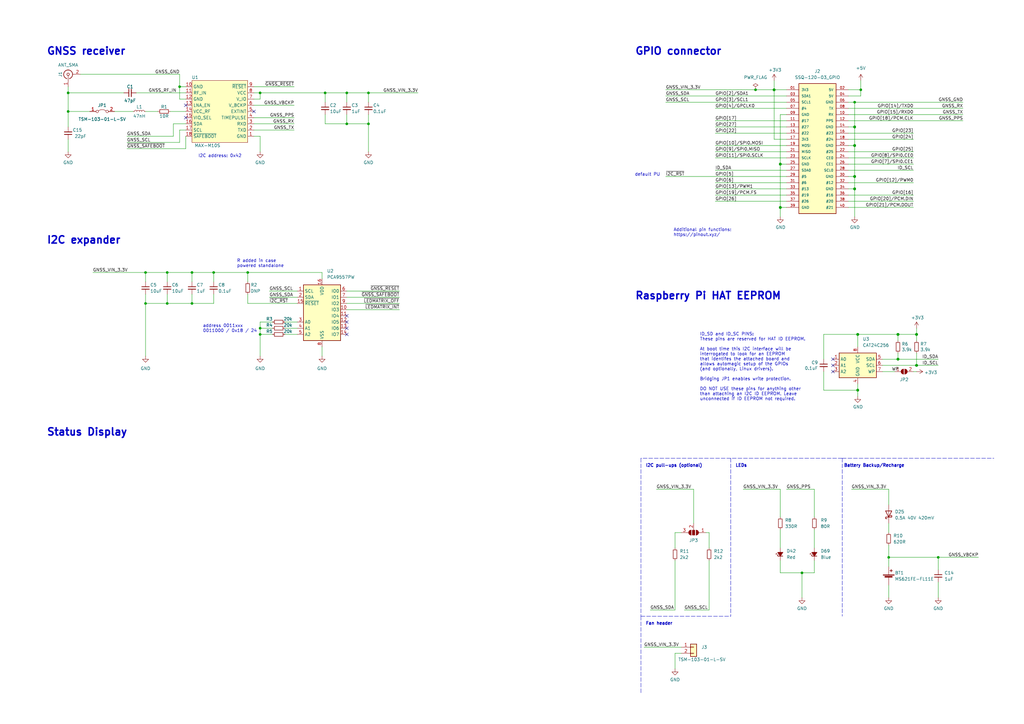
<source format=kicad_sch>
(kicad_sch (version 20211123) (generator eeschema)
  (paper "A3")
  (title_block (date "2022-11-24") (rev "2"))
  (lib_symbols
    (symbol "Battery_Cell_Seiko:MS621FE-FL11E" (pin_numbers hide) (pin_names (offset 0) hide)
      (property "Reference" "BT" (at 2.54 2.54 0))
      (property "Value" "MS621FE-FL11E" (at 2.54 0 0))
      (symbol "MS621FE-FL11E_0_1"
        (rectangle (start -2.286 1.778) (end 2.286 1.524) (fill (type outline)))
        (rectangle (start -1.5748 1.1938) (end 1.4732 0.6858) (fill (type outline)))
        (polyline (pts (xy 0 0.762) (xy 0 0)))
        (polyline (pts (xy 0 1.778) (xy 0 2.54)))
        (polyline (pts (xy 0.508 3.429) (xy 1.524 3.429)) (stroke (width 0.254)))
        (polyline (pts (xy 1.016 3.937) (xy 1.016 2.921)) (stroke (width 0.254)))
      )
      (symbol "MS621FE-FL11E_1_1"
        (pin passive line (at 0 5.08 270) (length 2.54) (name "+") (number "+"))
        (pin passive line (at 0 -2.54 90) (length 2.54) (name "-") (number "-"))
      )
    )
    (symbol "Connector_Generic:Conn_01x02" (pin_names (offset 1.016) hide)
      (property "Reference" "J" (at 0 2.54 0))
      (property "Value" "Conn_01x02" (at 0 -5.08 0))
      (symbol "Conn_01x02_1_1"
        (rectangle (start -1.27 -2.413) (end 0 -2.667) (stroke (width 0.1524)))
        (rectangle (start -1.27 0.127) (end 0 -0.127) (stroke (width 0.1524)))
        (rectangle (start -1.27 1.27) (end 1.27 -3.81) (stroke (width 0.254)) (fill (type background)))
        (pin passive line (at -5.08 0 0) (length 3.81) (name "Pin_1") (number "1"))
        (pin passive line (at -5.08 -2.54 0) (length 3.81) (name "Pin_2") (number "2"))
      )
    )
    (symbol "Connector_Header_Samtec:SSQ-120-03_GPIO" (pin_names (offset 1.016))
      (property "Reference" "J" (at -8.128 27.94 0))
      (property "Value" "SSQ-120-03_GPIO" (at -8.89 -27.94 0))
      (symbol "SSQ-120-03_GPIO_0_0"
        (rectangle (start -7.62 -25.4) (end 7.62 27.94) (stroke (width 0.254)) (fill (type background)))
        (pin power_in line (at -12.7 25.4 0) (length 5.08) (name "3V3") (number "01"))
        (pin power_in line (at 12.7 25.4 180) (length 5.08) (name "5V") (number "02"))
        (pin passive line (at -12.7 22.86 0) (length 5.08) (name "SDA1") (number "03"))
        (pin power_in line (at 12.7 22.86 180) (length 5.08) (name "5V") (number "04"))
        (pin passive line (at -12.7 20.32 0) (length 5.08) (name "SCL1") (number "05"))
        (pin power_in line (at 12.7 20.32 180) (length 5.08) (name "GND") (number "06"))
        (pin passive line (at -12.7 17.78 0) (length 5.08) (name "#4") (number "07"))
        (pin passive line (at 12.7 17.78 180) (length 5.08) (name "TX") (number "08"))
        (pin power_in line (at -12.7 15.24 0) (length 5.08) (name "GND") (number "09"))
        (pin passive line (at 12.7 15.24 180) (length 5.08) (name "RX") (number "10"))
        (pin passive line (at -12.7 12.7 0) (length 5.08) (name "#17") (number "11"))
        (pin passive line (at 12.7 12.7 180) (length 5.08) (name "PPS") (number "12"))
        (pin passive line (at -12.7 10.16 0) (length 5.08) (name "#27") (number "13"))
        (pin power_in line (at 12.7 10.16 180) (length 5.08) (name "GND") (number "14"))
        (pin passive line (at -12.7 7.62 0) (length 5.08) (name "#22") (number "15"))
        (pin passive line (at 12.7 7.62 180) (length 5.08) (name "#23") (number "16"))
        (pin power_in line (at -12.7 5.08 0) (length 5.08) (name "3V3") (number "17"))
        (pin passive line (at 12.7 5.08 180) (length 5.08) (name "#24") (number "18"))
        (pin passive line (at -12.7 2.54 0) (length 5.08) (name "MOSI") (number "19"))
        (pin power_in line (at 12.7 2.54 180) (length 5.08) (name "GND") (number "20"))
        (pin passive line (at -12.7 0 0) (length 5.08) (name "MISO") (number "21"))
        (pin passive line (at 12.7 0 180) (length 5.08) (name "#25") (number "22"))
        (pin passive line (at -12.7 -2.54 0) (length 5.08) (name "SCLK") (number "23"))
        (pin passive line (at 12.7 -2.54 180) (length 5.08) (name "CE0") (number "24"))
        (pin power_in line (at -12.7 -5.08 0) (length 5.08) (name "GND") (number "25"))
        (pin passive line (at 12.7 -5.08 180) (length 5.08) (name "CE1") (number "26"))
        (pin passive line (at -12.7 -7.62 0) (length 5.08) (name "SDA0") (number "27"))
        (pin passive line (at 12.7 -7.62 180) (length 5.08) (name "SCL0") (number "28"))
        (pin passive line (at -12.7 -10.16 0) (length 5.08) (name "#5") (number "29"))
        (pin power_in line (at 12.7 -10.16 180) (length 5.08) (name "GND") (number "30"))
        (pin passive line (at -12.7 -12.7 0) (length 5.08) (name "#6") (number "31"))
        (pin passive line (at 12.7 -12.7 180) (length 5.08) (name "#12") (number "32"))
        (pin passive line (at -12.7 -15.24 0) (length 5.08) (name "#13") (number "33"))
        (pin power_in line (at 12.7 -15.24 180) (length 5.08) (name "GND") (number "34"))
        (pin passive line (at -12.7 -17.78 0) (length 5.08) (name "#19") (number "35"))
        (pin passive line (at 12.7 -17.78 180) (length 5.08) (name "#16") (number "36"))
        (pin passive line (at -12.7 -20.32 0) (length 5.08) (name "#26") (number "37"))
        (pin passive line (at 12.7 -20.32 180) (length 5.08) (name "#20") (number "38"))
        (pin power_in line (at -12.7 -22.86 0) (length 5.08) (name "GND") (number "39"))
        (pin passive line (at 12.7 -22.86 180) (length 5.08) (name "#21") (number "40"))
      )
    )
    (symbol "Connector_SMA_Samtec:SMA jack"
      (property "Reference" "J" (at 0 3.175 0))
      (property "Value" "SMA jack" (at 6.985 0 0))
      (symbol "SMA jack_0_1"
        (arc (start -1.778 -0.508) (mid 0.2311 -1.8066) (end 1.778 0) (stroke (width 0.254)))
        (polyline (pts (xy -2.54 0) (xy -0.508 0)))
        (polyline (pts (xy 0 -2.54) (xy 0 -1.778)))
        (circle (center 0 0) (radius 0.508) (stroke (width 0.2032)))
        (arc (start 1.778 0) (mid 0.2099 1.8101) (end -1.778 0.508) (stroke (width 0.254)))
      )
      (symbol "SMA jack_1_1"
        (pin passive line (at -5.08 0 0) (length 2.54) (name "") (number "1"))
        (pin passive line (at 0 -5.08 90) (length 2.54) (name "") (number "2"))
      )
    )
    (symbol "Device:C_Small" (pin_numbers hide) (pin_names (offset 0.254) hide)
      (property "Reference" "C" (at 0.254 1.778 0))
      (property "Value" "C_Small" (at 0.254 -2.032 0))
      (symbol "C_Small_0_1"
        (polyline (pts (xy -1.524 -0.508) (xy 1.524 -0.508)) (stroke (width 0.3302)))
        (polyline (pts (xy -1.524 0.508) (xy 1.524 0.508)) (stroke (width 0.3048)))
      )
      (symbol "C_Small_1_1"
        (pin passive line (at 0 2.54 270) (length 2.032) (name "~") (number "1"))
        (pin passive line (at 0 -2.54 90) (length 2.032) (name "~") (number "2"))
      )
    )
    (symbol "Device:D_Schottky" (pin_numbers hide) (pin_names (offset 1.016) hide)
      (property "Reference" "D" (at 0 2.54 0))
      (property "Value" "D_Schottky" (at 0 -2.54 0))
      (symbol "D_Schottky_0_1"
        (polyline (pts (xy 1.27 0) (xy -1.27 0)))
        (polyline (pts (xy 1.27 1.27) (xy 1.27 -1.27) (xy -1.27 0) (xy 1.27 1.27)) (stroke (width 0.254)))
        (polyline (pts (xy -1.905 0.635) (xy -1.905 1.27) (xy -1.27 1.27) (xy -1.27 -1.27) (xy -0.635 -1.27) (xy -0.635 -0.635)) (stroke (width 0.254)))
      )
      (symbol "D_Schottky_1_1"
        (pin passive line (at -3.81 0 0) (length 2.54) (name "K") (number "1"))
        (pin passive line (at 3.81 0 180) (length 2.54) (name "A") (number "2"))
      )
    )
    (symbol "Device:LED_Small_Filled" (pin_numbers hide) (pin_names (offset 0.254) hide)
      (property "Reference" "D" (at -1.27 3.175 0))
      (property "Value" "LED_Small_Filled" (at -4.445 -2.54 0))
      (symbol "LED_Small_Filled_0_1"
        (polyline (pts (xy -0.762 -1.016) (xy -0.762 1.016)) (stroke (width 0.254)))
        (polyline (pts (xy 1.016 0) (xy -0.762 0)))
        (polyline (pts (xy 0.762 -1.016) (xy -0.762 0) (xy 0.762 1.016) (xy 0.762 -1.016)) (stroke (width 0.254)) (fill (type outline)))
        (polyline (pts (xy 0 0.762) (xy -0.508 1.27) (xy -0.254 1.27) (xy -0.508 1.27) (xy -0.508 1.016)))
        (polyline (pts (xy 0.508 1.27) (xy 0 1.778) (xy 0.254 1.778) (xy 0 1.778) (xy 0 1.524)))
      )
      (symbol "LED_Small_Filled_1_1"
        (pin passive line (at -2.54 0 0) (length 1.778) (name "K") (number "1"))
        (pin passive line (at 2.54 0 180) (length 1.778) (name "A") (number "2"))
      )
    )
    (symbol "Device:L_Small" (pin_numbers hide) (pin_names (offset 0.254) hide)
      (property "Reference" "L" (at 0.762 1.016 0))
      (property "Value" "L_Small" (at 0.762 -1.016 0))
      (symbol "L_Small_0_1"
        (arc (start 0 -2.032) (mid 0.508 -1.524) (end 0 -1.016))
        (arc (start 0 -1.016) (mid 0.508 -0.508) (end 0 0))
        (arc (start 0 0) (mid 0.508 0.508) (end 0 1.016))
        (arc (start 0 1.016) (mid 0.508 1.524) (end 0 2.032))
      )
      (symbol "L_Small_1_1"
        (pin passive line (at 0 2.54 270) (length 0.508) (name "~") (number "1"))
        (pin passive line (at 0 -2.54 90) (length 0.508) (name "~") (number "2"))
      )
    )
    (symbol "Device:R_Small" (pin_numbers hide) (pin_names (offset 0.254) hide)
      (property "Reference" "R" (at 0.762 0.508 0))
      (property "Value" "R_Small" (at 0.762 -1.016 0))
      (symbol "R_Small_0_1"
        (rectangle (start -0.762 1.778) (end 0.762 -1.778) (stroke (width 0.2032)))
      )
      (symbol "R_Small_1_1"
        (pin passive line (at 0 2.54 270) (length 0.762) (name "~") (number "1"))
        (pin passive line (at 0 -2.54 90) (length 0.762) (name "~") (number "2"))
      )
    )
    (symbol "Interface_Expansion:PCA9557PW"
      (property "Reference" "U" (at -7.62 11.43 0))
      (property "Value" "PCA9557PW" (at 2.54 11.43 0))
      (symbol "PCA9557PW_0_1"
        (rectangle (start -7.62 -12.7) (end 7.62 10.16) (stroke (width 0.254)) (fill (type background)))
      )
      (symbol "PCA9557PW_1_1"
        (pin input line (at -10.16 7.62 0) (length 2.54) (name "SCL") (number "1"))
        (pin bidirectional line (at 10.16 0 180) (length 2.54) (name "IO3") (number "10"))
        (pin bidirectional line (at 10.16 -2.54 180) (length 2.54) (name "IO4") (number "11"))
        (pin bidirectional line (at 10.16 -5.08 180) (length 2.54) (name "IO5") (number "12"))
        (pin bidirectional line (at 10.16 -7.62 180) (length 2.54) (name "IO6") (number "13"))
        (pin bidirectional line (at 10.16 -10.16 180) (length 2.54) (name "IO7") (number "14"))
        (pin input line (at -10.16 2.54 0) (length 2.54) (name "~{RESET}") (number "15"))
        (pin power_in line (at 0 12.7 270) (length 2.54) (name "VDD") (number "16"))
        (pin bidirectional line (at -10.16 5.08 0) (length 2.54) (name "SDA") (number "2"))
        (pin input line (at -10.16 -5.08 0) (length 2.54) (name "A0") (number "3"))
        (pin input line (at -10.16 -7.62 0) (length 2.54) (name "A1") (number "4"))
        (pin input line (at -10.16 -10.16 0) (length 2.54) (name "A2") (number "5"))
        (pin bidirectional line (at 10.16 7.62 180) (length 2.54) (name "IO0") (number "6"))
        (pin bidirectional line (at 10.16 5.08 180) (length 2.54) (name "IO1") (number "7"))
        (pin power_in line (at 0 -15.24 90) (length 2.54) (name "VSS") (number "8"))
        (pin bidirectional line (at 10.16 2.54 180) (length 2.54) (name "IO2") (number "9"))
      )
    )
    (symbol "Jumper:Jumper_2_Bridged" (pin_names (offset 0) hide)
      (property "Reference" "JP" (at 0 1.905 0))
      (property "Value" "Jumper_2_Bridged" (at 0 -2.54 0))
      (symbol "Jumper_2_Bridged_0_0"
        (circle (center -2.032 0) (radius 0.508))
        (circle (center 2.032 0) (radius 0.508))
      )
      (symbol "Jumper_2_Bridged_0_1"
        (arc (start 1.524 0.254) (mid 0 0.762) (end -1.524 0.254))
      )
      (symbol "Jumper_2_Bridged_1_1"
        (pin passive line (at -5.08 0 0) (length 2.54) (name "A") (number "1"))
        (pin passive line (at 5.08 0 180) (length 2.54) (name "B") (number "2"))
      )
    )
    (symbol "Jumper:SolderJumper_2_Open" (pin_names (offset 0) hide)
      (property "Reference" "JP" (at 0 2.032 0))
      (property "Value" "SolderJumper_2_Open" (at 0 -2.54 0))
      (symbol "SolderJumper_2_Open_0_1"
        (arc (start -0.254 1.016) (mid -1.27 0) (end -0.254 -1.016))
        (arc (start -0.254 1.016) (mid -1.27 0) (end -0.254 -1.016) (fill (type outline)))
        (polyline (pts (xy -0.254 1.016) (xy -0.254 -1.016)))
        (polyline (pts (xy 0.254 1.016) (xy 0.254 -1.016)))
        (arc (start 0.254 -1.016) (mid 1.27 0) (end 0.254 1.016))
        (arc (start 0.254 -1.016) (mid 1.27 0) (end 0.254 1.016) (fill (type outline)))
      )
      (symbol "SolderJumper_2_Open_1_1"
        (pin passive line (at -3.81 0 0) (length 2.54) (name "A") (number "1"))
        (pin passive line (at 3.81 0 180) (length 2.54) (name "B") (number "2"))
      )
    )
    (symbol "Jumper:SolderJumper_3_Open" (pin_names (offset 0) hide)
      (property "Reference" "JP" (at -2.54 -2.54 0))
      (property "Value" "SolderJumper_3_Open" (at 0 2.794 0))
      (symbol "SolderJumper_3_Open_0_1"
        (arc (start -1.016 1.016) (mid -2.032 0) (end -1.016 -1.016))
        (arc (start -1.016 1.016) (mid -2.032 0) (end -1.016 -1.016) (fill (type outline)))
        (rectangle (start -0.508 1.016) (end 0.508 -1.016) (fill (type outline)))
        (polyline (pts (xy -2.54 0) (xy -2.032 0)))
        (polyline (pts (xy -1.016 1.016) (xy -1.016 -1.016)))
        (polyline (pts (xy 0 -1.27) (xy 0 -1.016)))
        (polyline (pts (xy 1.016 1.016) (xy 1.016 -1.016)))
        (polyline (pts (xy 2.54 0) (xy 2.032 0)))
        (arc (start 1.016 -1.016) (mid 2.032 0) (end 1.016 1.016))
        (arc (start 1.016 -1.016) (mid 2.032 0) (end 1.016 1.016) (fill (type outline)))
      )
      (symbol "SolderJumper_3_Open_1_1"
        (pin passive line (at -5.08 0 0) (length 2.54) (name "A") (number "1"))
        (pin passive line (at 0 -3.81 90) (length 2.54) (name "C") (number "2"))
        (pin passive line (at 5.08 0 180) (length 2.54) (name "B") (number "3"))
      )
    )
    (symbol "Memory_EEPROM:CAT24C256"
      (property "Reference" "U" (at -6.35 6.35 0))
      (property "Value" "CAT24C256" (at 1.27 6.35 0))
      (symbol "CAT24C256_1_1"
        (rectangle (start -7.62 5.08) (end 7.62 -5.08) (stroke (width 0.254)) (fill (type background)))
        (pin input line (at -10.16 2.54 0) (length 2.54) (name "A0") (number "1"))
        (pin input line (at -10.16 0 0) (length 2.54) (name "A1") (number "2"))
        (pin input line (at -10.16 -2.54 0) (length 2.54) (name "A2") (number "3"))
        (pin power_in line (at 0 -7.62 90) (length 2.54) (name "GND") (number "4"))
        (pin bidirectional line (at 10.16 2.54 180) (length 2.54) (name "SDA") (number "5"))
        (pin input line (at 10.16 0 180) (length 2.54) (name "SCL") (number "6"))
        (pin input line (at 10.16 -2.54 180) (length 2.54) (name "WP") (number "7"))
        (pin power_in line (at 0 7.62 270) (length 2.54) (name "VCC") (number "8"))
      )
    )
    (symbol "RF_GNSS_u-blox:MAX-M10S"
      (property "Reference" "U" (at 1.27 1.27 0))
      (property "Value" "MAX-M10S" (at 6.35 -26.67 0))
      (symbol "MAX-M10S_0_0"
        (pin power_in line (at 25.4 -22.86 180) (length 2.54) (name "GND") (number "1"))
        (pin power_in line (at -2.54 -2.54 0) (length 2.54) (name "GND") (number "10"))
        (pin passive line (at -2.54 -5.08 0) (length 2.54) (name "RF_IN") (number "11"))
        (pin power_in line (at -2.54 -7.62 0) (length 2.54) (name "GND") (number "12"))
        (pin passive line (at -2.54 -10.16 0) (length 2.54) (name "LNA_EN") (number "13"))
        (pin passive line (at -2.54 -12.7 0) (length 2.54) (name "VCC_RF") (number "14"))
        (pin passive line (at -2.54 -15.24 0) (length 2.54) (name "VIO_SEL") (number "15"))
        (pin passive line (at -2.54 -17.78 0) (length 2.54) (name "SDA") (number "16"))
        (pin passive line (at -2.54 -20.32 0) (length 2.54) (name "SCL") (number "17"))
        (pin power_in line (at -2.54 -22.86 0) (length 2.54) (name "~{SAFEBOOT}") (number "18"))
        (pin passive line (at 25.4 -20.32 180) (length 2.54) (name "TXD") (number "2"))
        (pin passive line (at 25.4 -17.78 180) (length 2.54) (name "RXD") (number "3"))
        (pin passive line (at 25.4 -15.24 180) (length 2.54) (name "TIMEPULSE") (number "4"))
        (pin passive line (at 25.4 -12.7 180) (length 2.54) (name "EXTINT") (number "5"))
        (pin passive line (at 25.4 -10.16 180) (length 2.54) (name "V_BCKP") (number "6"))
        (pin passive line (at 25.4 -7.62 180) (length 2.54) (name "V_IO") (number "7"))
        (pin power_in line (at 25.4 -5.08 180) (length 2.54) (name "VCC") (number "8"))
        (pin passive line (at 25.4 -2.54 180) (length 2.54) (name "~{RESET}") (number "9"))
      )
      (symbol "MAX-M10S_0_1"
        (rectangle (start 0 0) (end 22.86 -25.4) (fill (type background)))
      )
    )
    (symbol "power:+3.3V" (power) (pin_names (offset 0))
      (property "Value" "+3.3V" (at 0 3.556 0))
      (symbol "+3.3V_0_1"
        (polyline (pts (xy -0.762 1.27) (xy 0 2.54)))
        (polyline (pts (xy 0 0) (xy 0 2.54)))
        (polyline (pts (xy 0 2.54) (xy 0.762 1.27)))
      )
      (symbol "+3.3V_1_1"
        (pin power_in line (at 0 0 90) (length 0) hide (name "+3V3") (number "1"))
      )
    )
    (symbol "power:+5V" (power) (pin_names (offset 0))
      (property "Value" "+5V" (at 0 3.556 0))
      (symbol "+5V_0_1"
        (polyline (pts (xy -0.762 1.27) (xy 0 2.54)))
        (polyline (pts (xy 0 0) (xy 0 2.54)))
        (polyline (pts (xy 0 2.54) (xy 0.762 1.27)))
      )
      (symbol "+5V_1_1"
        (pin power_in line (at 0 0 90) (length 0) hide (name "+5V") (number "1"))
      )
    )
    (symbol "power:GND" (power) (pin_names (offset 0))
      (property "Value" "GND" (at 0 -3.81 0))
      (symbol "GND_0_1"
        (polyline (pts (xy 0 0) (xy 0 -1.27) (xy 1.27 -1.27) (xy 0 -2.54) (xy -1.27 -1.27) (xy 0 -1.27)))
      )
      (symbol "GND_1_1"
        (pin power_in line (at 0 0 270) (length 0) hide (name "GND") (number "1"))
      )
    )
    (symbol "power:PWR_FLAG" (power) (pin_numbers hide) (pin_names (offset 0) hide)
      (property "Value" "PWR_FLAG" (at 0 3.81 0))
      (symbol "PWR_FLAG_0_0"
        (pin power_out line (at 0 0 90) (length 0) (name "pwr") (number "1"))
      )
      (symbol "PWR_FLAG_0_1"
        (polyline (pts (xy 0 0) (xy 0 1.27) (xy -1.016 1.905) (xy 0 2.54) (xy 1.016 1.905) (xy 0 1.27)))
      )
    )
  )
  (junction (at 78.74 124.46))
  (junction (at 151.13 38.1))
  (junction (at 368.3 147.32) (diameter 1.016))
  (junction (at 317.5 36.83) (diameter 1.016))
  (junction (at 351.79 160.02) (diameter 1.016))
  (junction (at 350.52 52.07) (diameter 1.016))
  (junction (at 364.49 228.6))
  (junction (at 351.79 137.16) (diameter 1.016))
  (junction (at 142.24 38.1))
  (junction (at 106.68 137.16))
  (junction (at 78.74 111.76))
  (junction (at 353.06 36.83))
  (junction (at 320.04 85.09) (diameter 1.016))
  (junction (at 375.92 137.16) (diameter 1.016))
  (junction (at 320.04 67.31) (diameter 1.016))
  (junction (at 73.66 35.56))
  (junction (at 59.69 124.46))
  (junction (at 350.52 59.69) (diameter 1.016))
  (junction (at 68.58 124.46))
  (junction (at 350.52 41.91))
  (junction (at 384.81 228.6))
  (junction (at 68.58 111.76))
  (junction (at 309.88 36.83))
  (junction (at 350.52 72.39) (diameter 1.016))
  (junction (at 142.24 50.8))
  (junction (at 350.52 77.47) (diameter 1.016))
  (junction (at 27.94 45.72))
  (junction (at 27.94 38.1))
  (junction (at 151.13 50.8))
  (junction (at 101.6 111.76))
  (junction (at 106.68 38.1))
  (junction (at 375.92 149.86) (diameter 1.016))
  (junction (at 106.68 134.62))
  (junction (at 133.35 38.1))
  (junction (at 328.93 234.95))
  (junction (at 87.63 111.76))
  (junction (at 59.69 111.76))
  (junction (at 368.3 137.16) (diameter 1.016))
  (no_connect (at 341.63 147.32))
  (no_connect (at 341.63 149.86))
  (no_connect (at 341.63 152.4))
  (no_connect (at 142.24 132.08))
  (no_connect (at 104.14 45.72))
  (no_connect (at 76.2 43.18))
  (no_connect (at 142.24 134.62))
  (no_connect (at 142.24 129.54))
  (no_connect (at 76.2 48.26))
  (no_connect (at 142.24 137.16))
  (polyline (pts (xy 299.72 187.96) (xy 299.72 252.73)))
  (wire (pts (xy 27.94 57.15) (xy 27.94 62.23)))
  (wire (pts (xy 309.88 36.83) (xy 317.5 36.83)))
  (wire (pts (xy 320.04 217.17) (xy 320.04 224.79)))
  (wire (pts (xy 68.58 120.65) (xy 68.58 124.46)))
  (wire (pts (xy 351.79 137.16) (xy 368.3 137.16)))
  (wire (pts (xy 375.92 137.16) (xy 368.3 137.16)))
  (wire (pts (xy 375.92 139.7) (xy 375.92 137.16)))
  (wire (pts (xy 320.04 46.99) (xy 322.58 46.99)))
  (wire (pts (xy 384.81 228.6) (xy 384.81 233.68)))
  (polyline (pts (xy 262.89 252.73) (xy 299.72 252.73)))
  (wire (pts (xy 293.37 54.61) (xy 322.58 54.61)))
  (wire (pts (xy 304.8 200.66) (xy 320.04 200.66)))
  (wire (pts (xy 334.01 234.95) (xy 328.93 234.95)))
  (wire (pts (xy 347.98 49.53) (xy 394.97 49.53)))
  (wire (pts (xy 347.98 67.31) (xy 374.65 67.31)))
  (wire (pts (xy 27.94 38.1) (xy 27.94 45.72)))
  (wire (pts (xy 104.14 55.88) (xy 106.68 55.88)))
  (wire (pts (xy 293.37 64.77) (xy 322.58 64.77)))
  (wire (pts (xy 151.13 38.1) (xy 151.13 41.91)))
  (wire (pts (xy 347.98 46.99) (xy 394.97 46.99)))
  (wire (pts (xy 264.16 265.43) (xy 279.4 265.43)))
  (wire (pts (xy 142.24 127) (xy 163.83 127)))
  (wire (pts (xy 347.98 39.37) (xy 353.06 39.37)))
  (polyline (pts (xy 345.44 187.96) (xy 345.44 252.73)))
  (wire (pts (xy 116.84 137.16) (xy 121.92 137.16)))
  (wire (pts (xy 280.67 250.19) (xy 290.83 250.19)))
  (wire (pts (xy 142.24 124.46) (xy 163.83 124.46)))
  (wire (pts (xy 317.5 36.83) (xy 317.5 57.15)))
  (wire (pts (xy 27.94 38.1) (xy 50.8 38.1)))
  (wire (pts (xy 133.35 38.1) (xy 133.35 41.91)))
  (wire (pts (xy 293.37 52.07) (xy 322.58 52.07)))
  (wire (pts (xy 361.95 147.32) (xy 368.3 147.32)))
  (wire (pts (xy 368.3 147.32) (xy 384.81 147.32)))
  (wire (pts (xy 76.2 55.88) (xy 76.2 60.96)))
  (wire (pts (xy 322.58 49.53) (xy 293.37 49.53)))
  (wire (pts (xy 276.86 267.97) (xy 276.86 274.32)))
  (wire (pts (xy 279.4 267.97) (xy 276.86 267.97)))
  (wire (pts (xy 78.74 120.65) (xy 78.74 124.46)))
  (wire (pts (xy 104.14 50.8) (xy 120.65 50.8)))
  (wire (pts (xy 361.95 152.4) (xy 367.03 152.4)))
  (wire (pts (xy 374.65 152.4) (xy 375.92 152.4)))
  (wire (pts (xy 104.14 35.56) (xy 120.65 35.56)))
  (wire (pts (xy 27.94 45.72) (xy 36.83 45.72)))
  (wire (pts (xy 27.94 45.72) (xy 27.94 52.07)))
  (polyline (pts (xy 345.44 187.96) (xy 407.67 187.96)))
  (wire (pts (xy 59.69 124.46) (xy 68.58 124.46)))
  (wire (pts (xy 350.52 41.91) (xy 347.98 41.91)))
  (wire (pts (xy 104.14 38.1) (xy 106.68 38.1)))
  (wire (pts (xy 364.49 223.52) (xy 364.49 228.6)))
  (wire (pts (xy 350.52 77.47) (xy 347.98 77.47)))
  (wire (pts (xy 347.98 57.15) (xy 374.65 57.15)))
  (wire (pts (xy 101.6 120.65) (xy 101.6 124.46)))
  (wire (pts (xy 59.69 124.46) (xy 59.69 146.05)))
  (polyline (pts (xy 345.44 187.96) (xy 299.72 187.96)))
  (wire (pts (xy 350.52 52.07) (xy 350.52 59.69)))
  (wire (pts (xy 375.92 134.62) (xy 375.92 137.16)))
  (wire (pts (xy 73.66 40.64) (xy 73.66 35.56)))
  (wire (pts (xy 59.69 111.76) (xy 68.58 111.76)))
  (wire (pts (xy 351.79 137.16) (xy 351.79 142.24)))
  (wire (pts (xy 132.08 142.24) (xy 132.08 146.05)))
  (wire (pts (xy 350.52 59.69) (xy 350.52 72.39)))
  (wire (pts (xy 322.58 200.66) (xy 334.01 200.66)))
  (wire (pts (xy 68.58 111.76) (xy 68.58 115.57)))
  (wire (pts (xy 320.04 67.31) (xy 320.04 85.09)))
  (wire (pts (xy 375.92 144.78) (xy 375.92 149.86)))
  (wire (pts (xy 364.49 228.6) (xy 364.49 232.41)))
  (wire (pts (xy 27.94 35.56) (xy 27.94 38.1)))
  (wire (pts (xy 73.66 35.56) (xy 76.2 35.56)))
  (wire (pts (xy 106.68 134.62) (xy 106.68 137.16)))
  (wire (pts (xy 73.66 30.48) (xy 33.02 30.48)))
  (wire (pts (xy 87.63 111.76) (xy 101.6 111.76)))
  (polyline (pts (xy 262.89 187.96) (xy 262.89 252.73)))
  (wire (pts (xy 317.5 33.02) (xy 317.5 36.83)))
  (wire (pts (xy 347.98 80.01) (xy 374.65 80.01)))
  (wire (pts (xy 293.37 80.01) (xy 322.58 80.01)))
  (wire (pts (xy 121.92 132.08) (xy 116.84 132.08)))
  (wire (pts (xy 290.83 218.44) (xy 290.83 224.79)))
  (wire (pts (xy 52.07 55.88) (xy 71.12 55.88)))
  (wire (pts (xy 273.05 39.37) (xy 322.58 39.37)))
  (wire (pts (xy 106.68 38.1) (xy 133.35 38.1)))
  (wire (pts (xy 284.48 200.66) (xy 284.48 214.63)))
  (wire (pts (xy 347.98 64.77) (xy 374.65 64.77)))
  (wire (pts (xy 106.68 38.1) (xy 106.68 40.64)))
  (wire (pts (xy 276.86 224.79) (xy 276.86 218.44)))
  (wire (pts (xy 132.08 114.3) (xy 132.08 111.76)))
  (wire (pts (xy 64.77 45.72) (xy 59.69 45.72)))
  (wire (pts (xy 106.68 134.62) (xy 111.76 134.62)))
  (wire (pts (xy 52.07 60.96) (xy 76.2 60.96)))
  (wire (pts (xy 76.2 50.8) (xy 71.12 50.8)))
  (wire (pts (xy 76.2 40.64) (xy 73.66 40.64)))
  (wire (pts (xy 347.98 44.45) (xy 394.97 44.45)))
  (wire (pts (xy 322.58 59.69) (xy 293.37 59.69)))
  (wire (pts (xy 350.52 52.07) (xy 347.98 52.07)))
  (wire (pts (xy 347.98 54.61) (xy 374.65 54.61)))
  (wire (pts (xy 350.52 72.39) (xy 350.52 77.47)))
  (wire (pts (xy 322.58 77.47) (xy 293.37 77.47)))
  (wire (pts (xy 273.05 72.39) (xy 322.58 72.39)))
  (wire (pts (xy 320.04 46.99) (xy 320.04 67.31)))
  (wire (pts (xy 368.3 137.16) (xy 368.3 139.7)))
  (wire (pts (xy 87.63 124.46) (xy 78.74 124.46)))
  (wire (pts (xy 347.98 62.23) (xy 374.65 62.23)))
  (wire (pts (xy 269.24 200.66) (xy 284.48 200.66)))
  (wire (pts (xy 101.6 111.76) (xy 101.6 115.57)))
  (wire (pts (xy 87.63 120.65) (xy 87.63 124.46)))
  (wire (pts (xy 368.3 144.78) (xy 368.3 147.32)))
  (wire (pts (xy 151.13 50.8) (xy 151.13 62.23)))
  (wire (pts (xy 361.95 149.86) (xy 375.92 149.86)))
  (wire (pts (xy 375.92 149.86) (xy 384.81 149.86)))
  (wire (pts (xy 104.14 53.34) (xy 120.65 53.34)))
  (wire (pts (xy 347.98 85.09) (xy 374.65 85.09)))
  (wire (pts (xy 317.5 57.15) (xy 322.58 57.15)))
  (wire (pts (xy 364.49 228.6) (xy 384.81 228.6)))
  (wire (pts (xy 353.06 36.83) (xy 353.06 39.37)))
  (wire (pts (xy 320.04 85.09) (xy 322.58 85.09)))
  (wire (pts (xy 322.58 69.85) (xy 293.37 69.85)))
  (wire (pts (xy 347.98 69.85) (xy 374.65 69.85)))
  (wire (pts (xy 350.52 59.69) (xy 347.98 59.69)))
  (wire (pts (xy 364.49 200.66) (xy 364.49 207.01)))
  (wire (pts (xy 364.49 214.63) (xy 364.49 218.44)))
  (wire (pts (xy 151.13 38.1) (xy 171.45 38.1)))
  (wire (pts (xy 151.13 46.99) (xy 151.13 50.8)))
  (wire (pts (xy 142.24 121.92) (xy 163.83 121.92)))
  (wire (pts (xy 320.04 67.31) (xy 322.58 67.31)))
  (wire (pts (xy 76.2 45.72) (xy 69.85 45.72)))
  (wire (pts (xy 76.2 53.34) (xy 73.66 53.34)))
  (wire (pts (xy 350.52 41.91) (xy 350.52 52.07)))
  (wire (pts (xy 293.37 62.23) (xy 322.58 62.23)))
  (wire (pts (xy 142.24 46.99) (xy 142.24 50.8)))
  (wire (pts (xy 38.1 111.76) (xy 59.69 111.76)))
  (wire (pts (xy 116.84 134.62) (xy 121.92 134.62)))
  (wire (pts (xy 104.14 43.18) (xy 120.65 43.18)))
  (wire (pts (xy 293.37 44.45) (xy 322.58 44.45)))
  (wire (pts (xy 273.05 41.91) (xy 322.58 41.91)))
  (wire (pts (xy 320.04 229.87) (xy 320.04 234.95)))
  (wire (pts (xy 73.66 58.42) (xy 52.07 58.42)))
  (wire (pts (xy 106.68 137.16) (xy 106.68 146.05)))
  (wire (pts (xy 320.04 200.66) (xy 320.04 212.09)))
  (wire (pts (xy 276.86 229.87) (xy 276.86 250.19)))
  (wire (pts (xy 347.98 74.93) (xy 374.65 74.93)))
  (wire (pts (xy 384.81 228.6) (xy 401.32 228.6)))
  (wire (pts (xy 350.52 72.39) (xy 347.98 72.39)))
  (wire (pts (xy 266.7 250.19) (xy 276.86 250.19)))
  (wire (pts (xy 71.12 50.8) (xy 71.12 55.88)))
  (wire (pts (xy 350.52 77.47) (xy 350.52 88.9)))
  (wire (pts (xy 347.98 82.55) (xy 374.65 82.55)))
  (wire (pts (xy 104.14 48.26) (xy 120.65 48.26)))
  (wire (pts (xy 350.52 41.91) (xy 394.97 41.91)))
  (wire (pts (xy 142.24 38.1) (xy 151.13 38.1)))
  (wire (pts (xy 142.24 38.1) (xy 142.24 41.91)))
  (wire (pts (xy 78.74 111.76) (xy 87.63 111.76)))
  (wire (pts (xy 334.01 212.09) (xy 334.01 200.66)))
  (wire (pts (xy 364.49 240.03) (xy 364.49 245.11)))
  (wire (pts (xy 78.74 124.46) (xy 68.58 124.46)))
  (wire (pts (xy 78.74 111.76) (xy 78.74 115.57)))
  (wire (pts (xy 334.01 217.17) (xy 334.01 224.79)))
  (wire (pts (xy 133.35 38.1) (xy 142.24 38.1)))
  (wire (pts (xy 353.06 33.02) (xy 353.06 36.83)))
  (wire (pts (xy 320.04 234.95) (xy 328.93 234.95)))
  (wire (pts (xy 111.76 132.08) (xy 106.68 132.08)))
  (wire (pts (xy 101.6 124.46) (xy 121.92 124.46)))
  (wire (pts (xy 54.61 45.72) (xy 46.99 45.72)))
  (wire (pts (xy 347.98 36.83) (xy 353.06 36.83)))
  (wire (pts (xy 290.83 229.87) (xy 290.83 250.19)))
  (wire (pts (xy 337.82 137.16) (xy 337.82 147.32)))
  (wire (pts (xy 337.82 152.4) (xy 337.82 160.02)))
  (wire (pts (xy 337.82 160.02) (xy 351.79 160.02)))
  (wire (pts (xy 351.79 137.16) (xy 337.82 137.16)))
  (wire (pts (xy 273.05 36.83) (xy 309.88 36.83)))
  (polyline (pts (xy 299.72 187.96) (xy 262.89 187.96)))
  (wire (pts (xy 317.5 36.83) (xy 322.58 36.83)))
  (wire (pts (xy 351.79 157.48) (xy 351.79 160.02)))
  (wire (pts (xy 351.79 160.02) (xy 351.79 162.56)))
  (wire (pts (xy 104.14 40.64) (xy 106.68 40.64)))
  (wire (pts (xy 142.24 50.8) (xy 133.35 50.8)))
  (wire (pts (xy 106.68 55.88) (xy 106.68 62.23)))
  (wire (pts (xy 276.86 218.44) (xy 279.4 218.44)))
  (wire (pts (xy 73.66 30.48) (xy 73.66 35.56)))
  (wire (pts (xy 334.01 234.95) (xy 334.01 229.87)))
  (wire (pts (xy 87.63 111.76) (xy 87.63 115.57)))
  (wire (pts (xy 106.68 132.08) (xy 106.68 134.62)))
  (wire (pts (xy 55.88 38.1) (xy 76.2 38.1)))
  (wire (pts (xy 289.56 218.44) (xy 290.83 218.44)))
  (wire (pts (xy 384.81 238.76) (xy 384.81 245.11)))
  (wire (pts (xy 320.04 85.09) (xy 320.04 88.9)))
  (wire (pts (xy 73.66 53.34) (xy 73.66 58.42)))
  (wire (pts (xy 68.58 111.76) (xy 78.74 111.76)))
  (wire (pts (xy 110.49 121.92) (xy 121.92 121.92)))
  (wire (pts (xy 110.49 119.38) (xy 121.92 119.38)))
  (wire (pts (xy 328.93 245.11) (xy 328.93 234.95)))
  (wire (pts (xy 349.25 200.66) (xy 364.49 200.66)))
  (polyline (pts (xy 262.89 252.73) (xy 262.89 284.48)))
  (wire (pts (xy 133.35 46.99) (xy 133.35 50.8)))
  (wire (pts (xy 101.6 111.76) (xy 132.08 111.76)))
  (wire (pts (xy 293.37 74.93) (xy 322.58 74.93)))
  (wire (pts (xy 106.68 137.16) (xy 111.76 137.16)))
  (wire (pts (xy 59.69 111.76) (xy 59.69 115.57)))
  (wire (pts (xy 59.69 120.65) (xy 59.69 124.46)))
  (wire (pts (xy 293.37 82.55) (xy 322.58 82.55)))
  (wire (pts (xy 142.24 119.38) (xy 163.83 119.38)))
  (wire (pts (xy 151.13 50.8) (xy 142.24 50.8)))
  (text "Raspberry Pi HAT EEPROM" (at 260.35 123.19 0) (effects (font (size 3 3) (thickness 0.6) bold) (justify left bottom)))
  (text "Additional pin functions:\nhttps://pinout.xyz/" (at 276.225 97.155 0) (effects (font (size 1.27 1.27)) (justify left bottom)))
  (text "Fan header" (at 264.795 256.54 0) (effects (font (size 1.27 1.27) (thickness 0.254) bold) (justify left bottom)))
  (text "GNSS receiver" (at 19.05 22.86 0) (effects (font (size 3 3) (thickness 0.6) bold) (justify left bottom)))
  (text "Battery Backup/Recharge" (at 346.075 191.77 0) (effects (font (size 1.27 1.27) (thickness 0.254) bold) (justify left bottom)))
  (text "Status Display" (at 19.05 179.07 0) (effects (font (size 3 3) (thickness 0.6) bold) (justify left bottom)))
  (text "ID_SD and ID_SC PINS:\nThese pins are reserved for HAT ID EEPROM.\n\nAt boot time this I2C interface will be\ninterrogated to look for an EEPROM\nthat identifes the attached board and\nallows automagic setup of the GPIOs\n(and optionally, Linux drivers).\n\nBridging JP1 enables write protection.\n\nDO NOT USE these pins for anything other\nthan attaching an I2C ID EEPROM. Leave\nunconnected if ID EEPROM not required." (at 287.02 164.465 0) (effects (font (size 1.27 1.27)) (justify left bottom)))
  (text "R added in case \npowered standalone" (at 97.155 109.855 0) (effects (font (size 1.27 1.27)) (justify left bottom)))
  (text "I2C expander" (at 19.05 100.33 0) (effects (font (size 3 3) (thickness 0.6) bold) (justify left bottom)))
  (text "I2C address: 0x42" (at 81.28 64.77 0) (effects (font (size 1.27 1.27)) (justify left bottom)))
  (text "address 0011xxx\n0011000 / 0x18 / 24" (at 83.185 136.525 0) (effects (font (size 1.27 1.27)) (justify left bottom)))
  (text "default PU" (at 260.35 72.39 0) (effects (font (size 1.27 1.27)) (justify left bottom)))
  (text "GPIO connector" (at 260.35 22.86 0) (effects (font (size 3 3) (thickness 0.6) bold) (justify left bottom)))
  (text "LEDs" (at 301.625 191.77 0) (effects (font (size 1.27 1.27) (thickness 0.254) bold) (justify left bottom)))
  (text "I2C pull-ups (optional)" (at 264.795 191.77 0) (effects (font (size 1.27 1.27) (thickness 0.254) bold) (justify left bottom)))
  (label "GNSS_SDA" (at 110.49 121.92 0))
  (label "GPIO[11]{slash}SPI0.SCLK" (at 293.37 64.77 0))
  (label "GPIO[9]{slash}SPI0.MISO" (at 293.37 62.23 0))
  (label "GPIO[5]" (at 293.37 72.39 0))
  (label "GPIO[23]" (at 374.65 54.61 180))
  (label "ID_SDA" (at 384.81 147.32 180))
  (label "GNSS_RF_IN" (at 72.39 38.1 180))
  (label "GNSS_SDA" (at 52.07 55.88 0))
  (label "GPIO[17]" (at 293.37 49.53 0))
  (label "GPIO[27]" (at 293.37 52.07 0))
  (label "GNSS_VIN_3.3V" (at 171.45 38.1 180))
  (label "~{GNSS_SAFEBOOT}" (at 163.83 121.92 180))
  (label "GPIO[19]{slash}PCM.FS" (at 293.37 80.01 0))
  (label "GPIO[10]{slash}SPI0.MOSI" (at 293.37 59.69 0))
  (label "GNSS_GND" (at 394.97 41.91 180))
  (label "GNSS_SCL" (at 273.05 41.91 0))
  (label "GNSS_VIN_3.3V" (at 304.8 200.66 0))
  (label "GPIO[16]" (at 374.65 80.01 180))
  (label "GPIO[6]" (at 293.37 74.93 0))
  (label "GNSS_VIN_3.3V" (at 264.16 265.43 0))
  (label "GNSS_PPS" (at 120.65 48.26 180))
  (label "~{GNSS_RESET}" (at 120.65 35.56 180))
  (label "GNSS_TX" (at 120.65 53.34 180))
  (label "GPIO[2]{slash}SDA1" (at 293.37 39.37 0))
  (label "GPIO[12]{slash}PWM0" (at 374.65 74.93 180))
  (label "GPIO[24]" (at 374.65 57.15 180))
  (label "ID_SDA" (at 293.37 69.85 0))
  (label "GNSS_VIN_3.3V" (at 269.24 200.66 0))
  (label "GPIO[25]" (at 374.65 62.23 180))
  (label "GPIO[20]{slash}PCM.DIN" (at 374.65 82.55 180))
  (label "GNSS_PPS" (at 394.97 49.53 180))
  (label "GPIO[15]{slash}RXD0" (at 374.65 46.99 180))
  (label "GNSS_PPS" (at 322.58 200.66 0))
  (label "WP" (at 365.76 152.4 0))
  (label "GPIO[4]{slash}GPCLK0" (at 293.37 44.45 0))
  (label "GPIO[13]{slash}PWM1" (at 293.37 77.47 0))
  (label "GPIO[8]{slash}SPI0.CE0" (at 374.65 64.77 180))
  (label "GNSS_SCL" (at 110.49 119.38 0))
  (label "GNSS_VIN_3.3V" (at 349.25 200.66 0))
  (label "~{I2C_RST}" (at 273.05 72.39 0))
  (label "GPIO[21]{slash}PCM.DOUT" (at 374.65 85.09 180))
  (label "GPIO[14]{slash}TXD0" (at 374.65 44.45 180))
  (label "~{I2C_RST}" (at 110.49 124.46 0))
  (label "~{GNSS_RESET}" (at 163.83 119.38 180))
  (label "GNSS_RX" (at 394.97 44.45 180))
  (label "GNSS_SCL" (at 280.67 250.19 0))
  (label "~{GNSS_SAFEBOOT}" (at 52.07 60.96 0))
  (label "GNSS_VBCKP" (at 120.65 43.18 180))
  (label "GNSS_GND" (at 73.66 30.48 180))
  (label "GNSS_SDA" (at 273.05 39.37 0))
  (label "ID_SCL" (at 374.65 69.85 180))
  (label "GNSS_SDA" (at 266.7 250.19 0))
  (label "GNSS_VIN_3.3V" (at 38.1 111.76 0))
  (label "ID_SCL" (at 384.81 149.86 180))
  (label "GPIO[22]" (at 293.37 54.61 0))
  (label "GNSS_SCL" (at 52.07 58.42 0))
  (label "GNSS_RX" (at 120.65 50.8 180))
  (label "~{LEDMATRIX_INT}" (at 163.83 127 180))
  (label "~{LEDMATRIX_OFF}" (at 163.83 124.46 180))
  (label "GPIO[18]{slash}PCM.CLK" (at 374.65 49.53 180))
  (label "GNSS_TX" (at 394.97 46.99 180))
  (label "GNSS_VBCKP" (at 401.32 228.6 180))
  (label "GPIO[3]{slash}SCL1" (at 293.37 41.91 0))
  (label "GNSS_VIN_3.3V" (at 273.05 36.83 0))
  (label "GPIO[26]" (at 293.37 82.55 0))
  (label "GPIO[7]{slash}SPI0.CE1" (at 374.65 67.31 180))
  (symbol (lib_id "Device:R_Small") (at 114.3 132.08 90) (unit 1)
    (property "Reference" "R3" (at 110.49 130.81 90))
    (property "Value" "20k" (at 118.11 130.81 90))
    (property "Footprint" "Resistor_SMD:R_0603_1608Metric" (effects hide))
    (property "JLCPCB" "C4184" (effects hide))
    (property "MPN" "0603WAF2002T5E" (effects hide))
    (property "Manufacturer" "uniroyal" (effects hide))
  )
  (symbol (lib_id "power:+5V") (at 353.06 33.02 0) (unit 1)
    (property "Reference" "#PWR02" (effects hide))
    (property "Value" "+5V" (at 353.06 27.94 0))
  )
  (symbol (lib_id "Device:C_Small") (at 337.82 149.86 0) (unit 1)
    (property "Reference" "C9" (at 335.4958 148.7106 0) (effects (justify right)))
    (property "Value" "0.1uF" (at 335.4958 151.0093 0) (effects (justify right)))
    (property "Footprint" "Capacitor_SMD:C_0603_1608Metric" (effects hide))
    (property "MPN" "CC0603KRX7R9BB104" (effects hide))
    (property "Manufacturer" "Yageo" (effects hide))
    (property "JLCPCB" "C14663" (effects hide))
  )
  (symbol (lib_id "RF_GNSS_u-blox:MAX-M10S") (at 78.74 33.02 0) (unit 1)
    (property "Reference" "U1" (at 80.01 31.75 0))
    (property "Value" "MAX-M10S" (at 85.09 59.69 0))
    (property "Footprint" "RF_GNSS_u-blox:MAX-M10S" (effects hide))
    (property "Manufacturer" "u-blox" (effects hide))
    (property "MPN" "MAX-M10S-00B" (effects hide))
  )
  (symbol (lib_id "Device:C_Small") (at 384.81 236.22 0) (unit 1)
    (property "Reference" "C14" (at 387.35 234.9562 0) (effects (justify left)))
    (property "Value" "1uF" (at 387.35 237.4962 0) (effects (justify left)))
    (property "Footprint" "Capacitor_SMD:C_0603_1608Metric" (effects hide))
    (property "MPN" "CL10A105KB8NNNC" (effects hide))
    (property "Manufacturer" "Samsung" (effects hide))
    (property "JLCPCB" "C15849" (effects hide))
  )
  (symbol (lib_id "Device:C_Small") (at 142.24 44.45 0) (unit 1)
    (property "Reference" "C3" (at 144.145 43.18 0) (effects (justify left)))
    (property "Value" "1uF" (at 144.145 45.72 0) (effects (justify left)))
    (property "Footprint" "Capacitor_SMD:C_0603_1608Metric" (effects hide))
    (property "JLCPCB" "C15849" (effects hide))
    (property "MPN" "CL10A105KB8NNNC" (effects hide))
    (property "Manufacturer" "Samsung" (effects hide))
  )
  (symbol (lib_id "Device:R_Small") (at 368.3 142.24 0) (unit 1)
    (property "Reference" "R6" (at 369.7986 141.097 0) (effects (justify left)))
    (property "Value" "3.9k" (at 369.7987 143.3893 0) (effects (justify left)))
    (property "Footprint" "Resistor_SMD:R_0603_1608Metric" (effects hide))
    (property "MPN" "0603WAF3901T5E" (effects hide))
    (property "Manufacturer" "uniroyal" (effects hide))
    (property "JLCPCB" "C23018" (effects hide))
  )
  (symbol (lib_id "power:GND") (at 106.68 146.05 0) (unit 1)
    (property "Reference" "#PWR09" (effects hide))
    (property "Value" "GND" (at 106.68 151.13 0))
  )
  (symbol (lib_id "Device:C_Small") (at 78.74 118.11 0) (unit 1)
    (property "Reference" "C7" (at 80.645 116.84 0) (effects (justify left)))
    (property "Value" "1uF" (at 80.645 119.38 0) (effects (justify left)))
    (property "Footprint" "Capacitor_SMD:C_0603_1608Metric" (effects hide))
    (property "JLCPCB" "C15849" (effects hide))
    (property "MPN" "CL10A105KB8NNNC" (effects hide))
    (property "Manufacturer" "Samsung" (effects hide))
  )
  (symbol (lib_id "power:GND") (at 59.69 146.05 0) (unit 1)
    (property "Reference" "#PWR08" (effects hide))
    (property "Value" "GND" (at 59.69 151.13 0))
  )
  (symbol (lib_id "Device:C_Small") (at 53.34 38.1 90) (unit 1)
    (property "Reference" "C1" (at 53.34 35.56 90))
    (property "Value" "47pF" (at 53.34 41.275 90))
    (property "Footprint" "Capacitor_SMD:C_0603_1608Metric" (effects hide))
    (property "JLCPCB" "C1671" (effects hide))
    (property "MPN" "CL10C470JB8NNNC" (effects hide))
    (property "Manufacturer" "Samsung" (effects hide))
  )
  (symbol (lib_id "Jumper:SolderJumper_2_Open") (at 370.84 152.4 0) (unit 1)
    (property "Reference" "JP2" (at 370.84 155.683 0))
    (property "Value" "ID_WP" (effects hide))
    (property "Footprint" "Jumper:SolderJumper-2_P1.3mm_Open_RoundedPad1.0x1.5mm" (effects hide))
  )
  (symbol (lib_id "Jumper:SolderJumper_3_Open") (at 284.48 218.44 180) (unit 1)
    (property "Reference" "JP3" (at 284.48 221.615 0))
    (property "Value" "SolderJumper_3_Open" (effects hide))
    (property "Footprint" "Jumper:SolderJumper-3_P1.3mm_Open_RoundedPad1.0x1.5mm" (effects hide))
  )
  (symbol (lib_id "power:GND") (at 106.68 62.23 0) (unit 1)
    (property "Reference" "#PWR03" (effects hide))
    (property "Value" "GND" (at 106.68 66.675 0))
  )
  (symbol (lib_id "power:GND") (at 276.86 274.32 0) (unit 1)
    (property "Reference" "#PWR020" (effects hide))
    (property "Value" "GND" (at 276.86 278.765 0))
  )
  (symbol (lib_id "Device:R_Small") (at 375.92 142.24 0) (unit 1)
    (property "Reference" "R7" (at 377.4186 141.097 0) (effects (justify left)))
    (property "Value" "3.9k" (at 377.4187 143.3893 0) (effects (justify left)))
    (property "Footprint" "Resistor_SMD:R_0603_1608Metric" (effects hide))
    (property "MPN" "0603WAF3901T5E" (effects hide))
    (property "Manufacturer" "uniroyal" (effects hide))
    (property "JLCPCB" "C23018" (effects hide))
  )
  (symbol (lib_id "power:+3.3V") (at 375.92 134.62 0) (unit 1)
    (property "Reference" "#PWR07" (effects hide))
    (property "Value" "+3.3V" (at 376.2883 130.2956 0))
  )
  (symbol (lib_id "power:+3.3V") (at 317.5 33.02 0) (unit 1)
    (property "Reference" "#PWR01" (effects hide))
    (property "Value" "+3.3V" (at 317.8683 28.6956 0))
  )
  (symbol (lib_id "Interface_Expansion:PCA9557PW") (at 132.08 127 0) (unit 1)
    (property "Reference" "U2" (at 134.0994 111.125 0) (effects (justify left)))
    (property "Value" "PCA9557PW" (at 134.0994 113.665 0) (effects (justify left)))
    (property "Footprint" "Package_SO:TSSOP-16_4.4x5mm_P0.65mm" (effects hide))
    (property "Datasheet" "https://www.nxp.com/docs/en/data-sheet/PCA9557.pdf" (effects hide))
    (property "Manufacturer" "NXP" (effects hide))
    (property "MPN" "PCA9557PW" (effects hide))
    (property "JLCPCB" "C141380" (effects hide))
  )
  (symbol (lib_id "Device:R_Small") (at 101.6 118.11 180) (unit 1)
    (property "Reference" "R2" (at 104.14 116.84 0))
    (property "Value" "DNP" (at 104.775 119.38 0))
    (property "Footprint" "Resistor_SMD:R_0805_2012Metric_Pad1.20x1.40mm_HandSolder" (effects hide))
  )
  (symbol (lib_id "power:GND") (at 132.08 146.05 0) (unit 1)
    (property "Reference" "#PWR010" (effects hide))
    (property "Value" "GND" (at 132.08 151.13 0))
  )
  (symbol (lib_id "Device:LED_Small_Filled") (at 334.01 227.33 90) (unit 1)
    (property "Reference" "D69" (at 336.55 225.9964 90) (effects (justify right)))
    (property "Value" "Blue" (at 336.55 228.5364 90) (effects (justify right)))
    (property "Footprint" "Diode_SMD:D_0603_1608Metric" (effects hide))
    (property "JLCPCB" "C72041" (effects hide))
    (property "MPN" "19-217/BHC-ZL1M2RY/3T" (effects hide))
    (property "Manufacturer" "Everlight" (effects hide))
  )
  (symbol (lib_id "Device:C_Small") (at 87.63 118.11 0) (unit 1)
    (property "Reference" "C8" (at 89.535 116.84 0) (effects (justify left)))
    (property "Value" "0.1uF" (at 89.535 119.38 0) (effects (justify left)))
    (property "Footprint" "Capacitor_SMD:C_0603_1608Metric" (effects hide))
    (property "JLCPCB" "C14663" (effects hide))
    (property "MPN" "CC0603KRX7R9BB104" (effects hide))
    (property "Manufacturer" "Yageo" (effects hide))
  )
  (symbol (lib_id "Device:R_Small") (at 114.3 137.16 90) (unit 1)
    (property "Reference" "R5" (at 110.49 135.89 90))
    (property "Value" "20k" (at 118.11 135.89 90))
    (property "Footprint" "Resistor_SMD:R_0603_1608Metric" (effects hide))
    (property "JLCPCB" "C4184" (effects hide))
    (property "MPN" "0603WAF2002T5E" (effects hide))
    (property "Manufacturer" "uniroyal" (effects hide))
  )
  (symbol (lib_id "power:GND") (at 350.52 88.9 0) (unit 1)
    (property "Reference" "#PWR06" (effects hide))
    (property "Value" "GND" (at 350.6343 93.2244 0))
  )
  (symbol (lib_id "Device:L_Small") (at 57.15 45.72 90) (unit 1)
    (property "Reference" "L1" (at 57.15 43.815 90))
    (property "Value" "47nH" (at 57.15 47.625 90))
    (property "Footprint" "Inductor_SMD:L_0603_1608Metric" (effects hide))
    (property "JLCPCB" "C98076" (effects hide))
    (property "MPN" "LQW18AN47NG00D" (effects hide))
    (property "Manufacturer" "Murata" (effects hide))
  )
  (symbol (lib_id "power:GND") (at 328.93 245.11 0) (unit 1)
    (property "Reference" "#PWR013" (effects hide))
    (property "Value" "GND" (at 328.93 249.555 0))
  )
  (symbol (lib_id "Device:LED_Small_Filled") (at 320.04 227.33 90) (unit 1)
    (property "Reference" "D42" (at 322.58 225.9964 90) (effects (justify right)))
    (property "Value" "Red" (at 322.58 228.5364 90) (effects (justify right)))
    (property "Footprint" "Diode_SMD:D_0603_1608Metric" (effects hide))
    (property "JLCPCB" "C125099" (effects hide))
    (property "MPN" "LTST-C191KRKT" (effects hide))
    (property "Manufacturer" "Lite-On" (effects hide))
  )
  (symbol (lib_id "Device:C_Small") (at 151.13 44.45 0) (unit 1)
    (property "Reference" "C4" (at 153.035 43.18 0) (effects (justify left)))
    (property "Value" "0.1uF" (at 153.035 45.72 0) (effects (justify left)))
    (property "Footprint" "Capacitor_SMD:C_0603_1608Metric" (effects hide))
    (property "JLCPCB" "C14663" (effects hide))
    (property "MPN" "CC0603KRX7R9BB104" (effects hide))
    (property "Manufacturer" "Yageo" (effects hide))
  )
  (symbol (lib_id "power:GND") (at 364.49 245.11 0) (unit 1)
    (property "Reference" "#PWR014" (effects hide))
    (property "Value" "GND" (at 364.49 249.555 0))
  )
  (symbol (lib_id "Device:D_Schottky") (at 364.49 210.82 90) (unit 1)
    (property "Reference" "D25" (at 367.03 209.8674 90) (effects (justify right)))
    (property "Value" "0.5A 40V 420mV" (at 367.03 212.4074 90) (effects (justify right)))
    (property "Footprint" "Diode_SMD:D_0603_1608Metric" (effects hide))
    (property "MPN" "SD0603S040S0R2" (effects hide))
    (property "Manufacturer" "KYOCERA AVX" (effects hide))
    (property "JLCPCB" "C143772" (effects hide))
  )
  (symbol (lib_id "Jumper:Jumper_2_Bridged") (at 41.91 45.72 0) (unit 1)
    (property "Reference" "JP1" (at 41.91 43.18 0))
    (property "Value" "TSM-103-01-L-SV" (at 41.91 48.895 0))
    (property "Footprint" "Connector_PinHeader_2.54mm:PinHeader_1x02_P2.54mm_Vertical_SMD_Pin1Right" (effects hide))
    (property "Digikey" "TSM-103-01-L-SV" (effects hide))
    (property "MPN" "TSM-102-01-L-SV" (effects hide))
    (property "Manufacturer" "Samtec" (effects hide))
  )
  (symbol (lib_id "power:PWR_FLAG") (at 309.88 36.83 0) (unit 1)
    (property "Reference" "#FLG01" (effects hide))
    (property "Value" "PWR_FLAG" (at 309.88 31.75 0))
  )
  (symbol (lib_id "Device:R_Small") (at 290.83 227.33 0) (unit 1)
    (property "Reference" "R12" (at 292.735 226.0599 0) (effects (justify left)))
    (property "Value" "2k2" (at 292.735 228.5999 0) (effects (justify left)))
    (property "Footprint" "Resistor_SMD:R_0603_1608Metric" (effects hide))
    (property "MPN" "0603WAF2201T5E" (effects hide))
    (property "Manufacturer" "uniroyal" (effects hide))
    (property "JLCPCB" "C4190" (effects hide))
  )
  (symbol (lib_id "power:GND") (at 351.79 162.56 0) (unit 1)
    (property "Reference" "#PWR012" (effects hide))
    (property "Value" "GND" (at 351.9043 166.8844 0))
  )
  (symbol (lib_id "Connector_Generic:Conn_01x02") (at 284.48 265.43 0) (unit 1)
    (property "Reference" "J3" (at 287.655 265.4299 0) (effects (justify left)))
    (property "Value" "TSM-103-01-L-SV" (at 278.13 270.51 0) (effects (justify left)))
    (property "Footprint" "Connector_PinHeader_2.54mm:PinHeader_1x02_P2.54mm_Vertical_SMD_Pin1Right" (effects hide))
    (property "MPN" "TSM-102-01-L-SV" (effects hide))
    (property "Manufacturer" "Samtec" (effects hide))
    (property "Digikey" "TSM-102-01-L-SV" (effects hide))
  )
  (symbol (lib_id "Battery_Cell_Seiko:MS621FE-FL11E") (at 364.49 237.49 0) (unit 1)
    (property "Reference" "BT1" (at 367.03 234.95 0) (effects (justify left)))
    (property "Value" "MS621FE-FL11E" (at 367.03 237.49 0) (effects (justify left)))
    (property "Footprint" "Battery_Cell_Seiko:BAT_MS621FE-FL11E" (effects hide))
    (property "Manufacturer" "Seiko Instruments" (effects hide))
    (property "MPN" "MS621FE-FL11E" (effects hide))
    (property "Digikey" "MS621FE-FL11E" (effects hide))
  )
  (symbol (lib_id "Device:C_Small") (at 59.69 118.11 0) (unit 1)
    (property "Reference" "C5" (at 61.595 116.84 0) (effects (justify left)))
    (property "Value" "10uF" (at 61.595 119.38 0) (effects (justify left)))
    (property "Footprint" "Capacitor_SMD:C_0603_1608Metric" (effects hide))
    (property "JLCPCB" "C15525" (effects hide))
    (property "MPN" "CL05A106MQ5NUNC" (effects hide))
    (property "Manufacturer" "Samsung" (effects hide))
  )
  (symbol (lib_id "Device:C_Small") (at 68.58 118.11 0) (unit 1)
    (property "Reference" "C6" (at 70.485 116.84 0) (effects (justify left)))
    (property "Value" "10uF" (at 70.485 119.38 0) (effects (justify left)))
    (property "Footprint" "Capacitor_SMD:C_0603_1608Metric" (effects hide))
    (property "JLCPCB" "C15525" (effects hide))
    (property "MPN" "CL05A106MQ5NUNC" (effects hide))
    (property "Manufacturer" "Samsung" (effects hide))
  )
  (symbol (lib_id "Device:R_Small") (at 114.3 134.62 90) (unit 1)
    (property "Reference" "R4" (at 110.49 133.35 90))
    (property "Value" "20k" (at 118.11 133.35 90))
    (property "Footprint" "Resistor_SMD:R_0603_1608Metric" (effects hide))
    (property "JLCPCB" "C4184" (effects hide))
    (property "MPN" "0603WAF2002T5E" (effects hide))
    (property "Manufacturer" "uniroyal" (effects hide))
  )
  (symbol (lib_id "Device:R_Small") (at 276.86 227.33 0) (unit 1)
    (property "Reference" "R11" (at 278.765 226.0599 0) (effects (justify left)))
    (property "Value" "2k2" (at 278.765 228.5999 0) (effects (justify left)))
    (property "Footprint" "Resistor_SMD:R_0603_1608Metric" (effects hide))
    (property "MPN" "0603WAF2201T5E" (effects hide))
    (property "Manufacturer" "uniroyal" (effects hide))
    (property "JLCPCB" "C4190" (effects hide))
  )
  (symbol (lib_id "power:GND") (at 27.94 62.23 0) (unit 1)
    (property "Reference" "#PWR0101" (effects hide))
    (property "Value" "GND" (at 27.94 66.675 0))
  )
  (symbol (lib_id "power:GND") (at 384.81 245.11 0) (unit 1)
    (property "Reference" "#PWR015" (effects hide))
    (property "Value" "GND" (at 384.81 249.555 0))
  )
  (symbol (lib_id "power:+3.3V") (at 375.92 152.4 270) (unit 1)
    (property "Reference" "#PWR011" (effects hide))
    (property "Value" "+3.3V" (at 379.0951 152.7683 90) (effects (justify left)))
  )
  (symbol (lib_id "power:GND") (at 320.04 88.9 0) (unit 1)
    (property "Reference" "#PWR05" (effects hide))
    (property "Value" "GND" (at 320.1543 93.2244 0))
  )
  (symbol (lib_id "Device:R_Small") (at 364.49 220.98 0) (unit 1)
    (property "Reference" "R10" (at 366.395 219.7099 0) (effects (justify left)))
    (property "Value" "620R" (at 366.395 222.2499 0) (effects (justify left)))
    (property "Footprint" "Resistor_SMD:R_0603_1608Metric" (effects hide))
    (property "MPN" "0603WAF6200T5E" (effects hide))
    (property "Manufacturer" "uniroyal" (effects hide))
    (property "JLCPCB" "C23220" (effects hide))
  )
  (symbol (lib_id "Connector_Header_Samtec:SSQ-120-03_GPIO") (at 335.28 62.23 0) (unit 1)
    (property "Reference" "J2" (at 335.28 29.21 0))
    (property "Value" "SSQ-120-03_GPIO" (at 335.28 31.75 0))
    (property "Footprint" "Connector_Header_Samtec:SAMTEC_SSQ-120-03-G-D_Pi" (effects hide))
    (property "Manufacturer" "Samtec" (effects hide))
    (property "MPN" "SSQ-120-03-G-D" (effects hide))
    (property "Digikey" "SSQ-120-03-G-D" (effects hide))
  )
  (symbol (lib_id "Connector_SMA_Samtec:SMA jack") (at 27.94 30.48 90) (unit 1)
    (property "Reference" "J1" (at 24.765 30.48 0))
    (property "Value" "ANT_SMA" (at 27.94 26.67 90))
    (property "Footprint" "Connector_SMA_Samtec:SAMTEC_SMA-J-P-H-ST-EM1" (effects hide))
    (property "Manufacturer" "Samtec" (effects hide))
    (property "MPN" "SMA-J-P-H-ST-EM1" (effects hide))
    (property "Digikey" "SMA-J-P-H-ST-EM1" (effects hide))
  )
  (symbol (lib_id "power:GND") (at 151.13 62.23 0) (unit 1)
    (property "Reference" "#PWR04" (effects hide))
    (property "Value" "GND" (at 151.13 66.675 0))
  )
  (symbol (lib_id "Device:C_Small") (at 133.35 44.45 0) (unit 1)
    (property "Reference" "C2" (at 135.255 43.18 0) (effects (justify left)))
    (property "Value" "10uF" (at 135.255 45.72 0) (effects (justify left)))
    (property "Footprint" "Capacitor_SMD:C_0603_1608Metric" (effects hide))
    (property "JLCPCB" "C15525" (effects hide))
    (property "MPN" "CL05A106MQ5NUNC" (effects hide))
    (property "Manufacturer" "Samsung" (effects hide))
  )
  (symbol (lib_id "Device:R_Small") (at 320.04 214.63 0) (unit 1)
    (property "Reference" "R8" (at 321.945 213.3599 0) (effects (justify left)))
    (property "Value" "330R" (at 321.945 215.8999 0) (effects (justify left)))
    (property "Footprint" "Resistor_SMD:R_0603_1608Metric" (effects hide))
    (property "MPN" "0603WAF3300T5E" (effects hide))
    (property "Manufacturer" "uniroyal" (effects hide))
    (property "JLCPCB" "C23138" (effects hide))
  )
  (symbol (lib_id "Device:R_Small") (at 334.01 214.63 0) (unit 1)
    (property "Reference" "R9" (at 336.55 213.3599 0) (effects (justify left)))
    (property "Value" "80R" (at 336.55 215.8999 0) (effects (justify left)))
    (property "Footprint" "Resistor_SMD:R_0603_1608Metric" (effects hide))
    (property "MPN" "0603WAF806JT5E" (effects hide))
    (property "Manufacturer" "uniroyal" (effects hide))
    (property "JLCPCB" "C23115" (effects hide))
  )
  (symbol (lib_id "Device:R_Small") (at 67.31 45.72 90) (unit 1)
    (property "Reference" "R1" (at 67.31 43.815 90))
    (property "Value" "10R" (at 67.31 47.625 90))
    (property "Footprint" "Resistor_SMD:R_0603_1608Metric" (effects hide))
    (property "JLCPCB" "C22859" (effects hide))
    (property "MPN" "0603WAF100JT5E" (effects hide))
    (property "Manufacturer" "uniroyal" (effects hide))
  )
  (symbol (lib_id "Device:C_Small") (at 27.94 54.61 180) (unit 1)
    (property "Reference" "C15" (at 31.75 53.34 0))
    (property "Value" "22pF" (at 33.02 55.88 0))
    (property "Footprint" "Capacitor_SMD:C_0603_1608Metric" (effects hide))
    (property "JLCPCB" "C1671" (effects hide))
    (property "MPN" "CL10C470JB8NNNC" (effects hide))
    (property "Manufacturer" "Samsung" (effects hide))
  )
  (symbol (lib_id "Memory_EEPROM:CAT24C256") (at 351.79 149.86 0) (unit 1)
    (property "Reference" "U3" (at 353.8094 139.065 0) (effects (justify left)))
    (property "Value" "CAT24C256" (at 353.8094 141.605 0) (effects (justify left)))
    (property "Footprint" "Package_SO:SOIC-8_3.9x4.9mm_P1.27mm" (effects hide))
    (property "Datasheet" "https://www.onsemi.cn/PowerSolutions/document/CAT24C256-D.PDF" (effects hide))
    (property "Manufacturer" "onsemi" (effects hide))
    (property "MPN" "CAT24C256WI-GT3" (effects hide))
    (property "JLCPCB" "C79987" (effects hide))
  )
)
</source>
